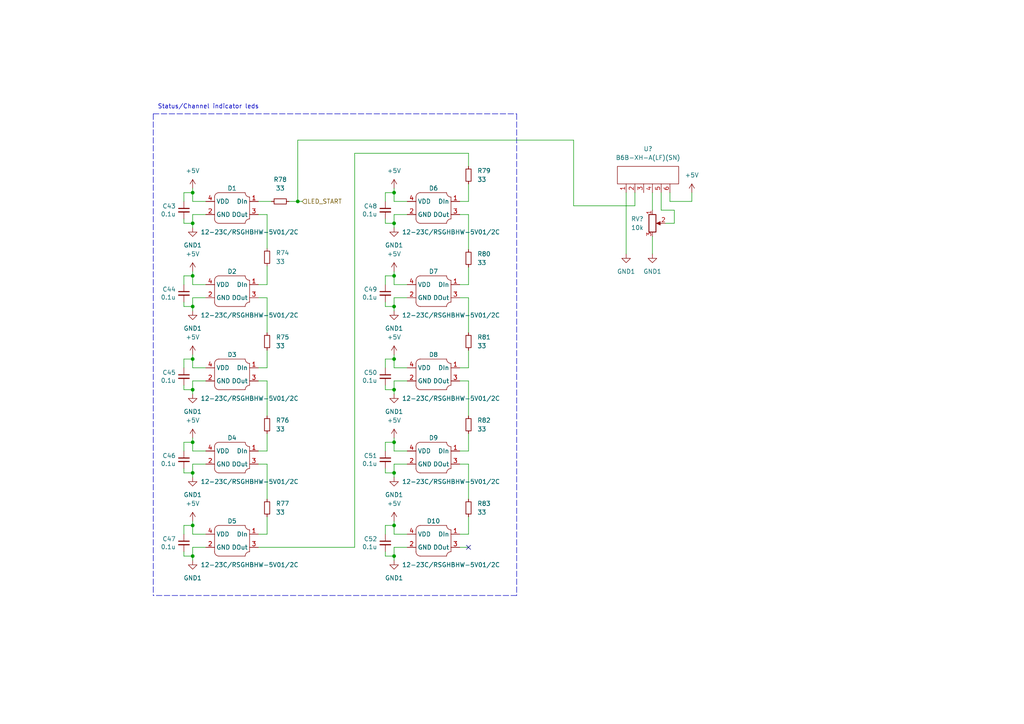
<source format=kicad_sch>
(kicad_sch (version 20211123) (generator eeschema)
  (paper "A4")
  (lib_symbols
    (symbol "12-23C{slash}RSGHBHW-5V01{slash}2C_2"
      (property "Reference" "D" (at 5.08 1.27 0))
      (property "Value" "12-23C{slash}RSGHBHW-5V01{slash}2C_2" (at 5.08 -10.16 0))
      (symbol "12-23C{slash}RSGHBHW-5V01{slash}2C_2_0_1"
        (arc (start 0 -1.27) (mid 0.898 -0.898) (end 1.27 0))
        (polyline (pts (xy 0 -1.27) (xy 0 -7.62)))
        (polyline (pts (xy 1.27 -8.89) (xy 8.89 -8.89)))
        (polyline (pts (xy 8.89 0) (xy 1.27 0)))
        (polyline (pts (xy 10.16 -7.62) (xy 10.16 -1.27)))
        (arc (start 1.27 -8.89) (mid 0.898 -7.992) (end 0 -7.62))
        (arc (start 8.89 -8.89) (mid 11.058 -9.788) (end 10.16 -7.62))
        (arc (start 10.16 -1.27) (mid 11.058 0.898) (end 8.89 0))
      )
      (symbol "12-23C{slash}RSGHBHW-5V01{slash}2C_2_1_1"
        (pin passive line (at -2.54 -2.54 0) (length 2.54) (name "DIn") (number "1"))
        (pin power_in line (at 12.7 -6.35 180) (length 2.54) (name "GND") (number "2"))
        (pin passive line (at -2.54 -6.35 0) (length 2.54) (name "DOut") (number "3"))
        (pin power_in line (at 12.7 -2.54 180) (length 2.54) (name "VDD") (number "4"))
      )
    )
    (symbol "12-23C{slash}RSGHBHW-5V01{slash}2C_3"
      (property "Reference" "D" (at 5.08 1.27 0))
      (property "Value" "12-23C{slash}RSGHBHW-5V01{slash}2C_3" (at 5.08 -10.16 0))
      (symbol "12-23C{slash}RSGHBHW-5V01{slash}2C_3_0_1"
        (arc (start 0 -1.27) (mid 0.898 -0.898) (end 1.27 0))
        (polyline (pts (xy 0 -1.27) (xy 0 -7.62)))
        (polyline (pts (xy 1.27 -8.89) (xy 8.89 -8.89)))
        (polyline (pts (xy 8.89 0) (xy 1.27 0)))
        (polyline (pts (xy 10.16 -7.62) (xy 10.16 -1.27)))
        (arc (start 1.27 -8.89) (mid 0.898 -7.992) (end 0 -7.62))
        (arc (start 8.89 -8.89) (mid 11.058 -9.788) (end 10.16 -7.62))
        (arc (start 10.16 -1.27) (mid 11.058 0.898) (end 8.89 0))
      )
      (symbol "12-23C{slash}RSGHBHW-5V01{slash}2C_3_1_1"
        (pin passive line (at -2.54 -2.54 0) (length 2.54) (name "DIn") (number "1"))
        (pin power_in line (at 12.7 -6.35 180) (length 2.54) (name "GND") (number "2"))
        (pin passive line (at -2.54 -6.35 0) (length 2.54) (name "DOut") (number "3"))
        (pin power_in line (at 12.7 -2.54 180) (length 2.54) (name "VDD") (number "4"))
      )
    )
    (symbol "12-23C{slash}RSGHBHW-5V01{slash}2C_4"
      (property "Reference" "D" (at 5.08 1.27 0))
      (property "Value" "12-23C{slash}RSGHBHW-5V01{slash}2C_4" (at 5.08 -10.16 0))
      (symbol "12-23C{slash}RSGHBHW-5V01{slash}2C_4_0_1"
        (arc (start 0 -1.27) (mid 0.898 -0.898) (end 1.27 0))
        (polyline (pts (xy 0 -1.27) (xy 0 -7.62)))
        (polyline (pts (xy 1.27 -8.89) (xy 8.89 -8.89)))
        (polyline (pts (xy 8.89 0) (xy 1.27 0)))
        (polyline (pts (xy 10.16 -7.62) (xy 10.16 -1.27)))
        (arc (start 1.27 -8.89) (mid 0.898 -7.992) (end 0 -7.62))
        (arc (start 8.89 -8.89) (mid 11.058 -9.788) (end 10.16 -7.62))
        (arc (start 10.16 -1.27) (mid 11.058 0.898) (end 8.89 0))
      )
      (symbol "12-23C{slash}RSGHBHW-5V01{slash}2C_4_1_1"
        (pin passive line (at -2.54 -2.54 0) (length 2.54) (name "DIn") (number "1"))
        (pin power_in line (at 12.7 -6.35 180) (length 2.54) (name "GND") (number "2"))
        (pin passive line (at -2.54 -6.35 0) (length 2.54) (name "DOut") (number "3"))
        (pin power_in line (at 12.7 -2.54 180) (length 2.54) (name "VDD") (number "4"))
      )
    )
    (symbol "12-23C{slash}RSGHBHW-5V01{slash}2C_5"
      (property "Reference" "D" (at 5.08 1.27 0))
      (property "Value" "12-23C{slash}RSGHBHW-5V01{slash}2C_5" (at 5.08 -10.16 0))
      (symbol "12-23C{slash}RSGHBHW-5V01{slash}2C_5_0_1"
        (arc (start 0 -1.27) (mid 0.898 -0.898) (end 1.27 0))
        (polyline (pts (xy 0 -1.27) (xy 0 -7.62)))
        (polyline (pts (xy 1.27 -8.89) (xy 8.89 -8.89)))
        (polyline (pts (xy 8.89 0) (xy 1.27 0)))
        (polyline (pts (xy 10.16 -7.62) (xy 10.16 -1.27)))
        (arc (start 1.27 -8.89) (mid 0.898 -7.992) (end 0 -7.62))
        (arc (start 8.89 -8.89) (mid 11.058 -9.788) (end 10.16 -7.62))
        (arc (start 10.16 -1.27) (mid 11.058 0.898) (end 8.89 0))
      )
      (symbol "12-23C{slash}RSGHBHW-5V01{slash}2C_5_1_1"
        (pin passive line (at -2.54 -2.54 0) (length 2.54) (name "DIn") (number "1"))
        (pin power_in line (at 12.7 -6.35 180) (length 2.54) (name "GND") (number "2"))
        (pin passive line (at -2.54 -6.35 0) (length 2.54) (name "DOut") (number "3"))
        (pin power_in line (at 12.7 -2.54 180) (length 2.54) (name "VDD") (number "4"))
      )
    )
    (symbol "12-23C{slash}RSGHBHW-5V01{slash}2C_6"
      (property "Reference" "D" (at 5.08 1.27 0))
      (property "Value" "12-23C{slash}RSGHBHW-5V01{slash}2C_6" (at 5.08 -10.16 0))
      (symbol "12-23C{slash}RSGHBHW-5V01{slash}2C_6_0_1"
        (arc (start 0 -1.27) (mid 0.898 -0.898) (end 1.27 0))
        (polyline (pts (xy 0 -1.27) (xy 0 -7.62)))
        (polyline (pts (xy 1.27 -8.89) (xy 8.89 -8.89)))
        (polyline (pts (xy 8.89 0) (xy 1.27 0)))
        (polyline (pts (xy 10.16 -7.62) (xy 10.16 -1.27)))
        (arc (start 1.27 -8.89) (mid 0.898 -7.992) (end 0 -7.62))
        (arc (start 8.89 -8.89) (mid 11.058 -9.788) (end 10.16 -7.62))
        (arc (start 10.16 -1.27) (mid 11.058 0.898) (end 8.89 0))
      )
      (symbol "12-23C{slash}RSGHBHW-5V01{slash}2C_6_1_1"
        (pin passive line (at -2.54 -2.54 0) (length 2.54) (name "DIn") (number "1"))
        (pin power_in line (at 12.7 -6.35 180) (length 2.54) (name "GND") (number "2"))
        (pin passive line (at -2.54 -6.35 0) (length 2.54) (name "DOut") (number "3"))
        (pin power_in line (at 12.7 -2.54 180) (length 2.54) (name "VDD") (number "4"))
      )
    )
    (symbol "12-23C{slash}RSGHBHW-5V01{slash}2C_7"
      (property "Reference" "D" (at 5.08 1.27 0))
      (property "Value" "12-23C{slash}RSGHBHW-5V01{slash}2C_7" (at 5.08 -10.16 0))
      (symbol "12-23C{slash}RSGHBHW-5V01{slash}2C_7_0_1"
        (arc (start 0 -1.27) (mid 0.898 -0.898) (end 1.27 0))
        (polyline (pts (xy 0 -1.27) (xy 0 -7.62)))
        (polyline (pts (xy 1.27 -8.89) (xy 8.89 -8.89)))
        (polyline (pts (xy 8.89 0) (xy 1.27 0)))
        (polyline (pts (xy 10.16 -7.62) (xy 10.16 -1.27)))
        (arc (start 1.27 -8.89) (mid 0.898 -7.992) (end 0 -7.62))
        (arc (start 8.89 -8.89) (mid 11.058 -9.788) (end 10.16 -7.62))
        (arc (start 10.16 -1.27) (mid 11.058 0.898) (end 8.89 0))
      )
      (symbol "12-23C{slash}RSGHBHW-5V01{slash}2C_7_1_1"
        (pin passive line (at -2.54 -2.54 0) (length 2.54) (name "DIn") (number "1"))
        (pin power_in line (at 12.7 -6.35 180) (length 2.54) (name "GND") (number "2"))
        (pin passive line (at -2.54 -6.35 0) (length 2.54) (name "DOut") (number "3"))
        (pin power_in line (at 12.7 -2.54 180) (length 2.54) (name "VDD") (number "4"))
      )
    )
    (symbol "12-23C{slash}RSGHBHW-5V01{slash}2C_8"
      (property "Reference" "D" (at 5.08 1.27 0))
      (property "Value" "12-23C{slash}RSGHBHW-5V01{slash}2C_8" (at 5.08 -10.16 0))
      (symbol "12-23C{slash}RSGHBHW-5V01{slash}2C_8_0_1"
        (arc (start 0 -1.27) (mid 0.898 -0.898) (end 1.27 0))
        (polyline (pts (xy 0 -1.27) (xy 0 -7.62)))
        (polyline (pts (xy 1.27 -8.89) (xy 8.89 -8.89)))
        (polyline (pts (xy 8.89 0) (xy 1.27 0)))
        (polyline (pts (xy 10.16 -7.62) (xy 10.16 -1.27)))
        (arc (start 1.27 -8.89) (mid 0.898 -7.992) (end 0 -7.62))
        (arc (start 8.89 -8.89) (mid 11.058 -9.788) (end 10.16 -7.62))
        (arc (start 10.16 -1.27) (mid 11.058 0.898) (end 8.89 0))
      )
      (symbol "12-23C{slash}RSGHBHW-5V01{slash}2C_8_1_1"
        (pin passive line (at -2.54 -2.54 0) (length 2.54) (name "DIn") (number "1"))
        (pin power_in line (at 12.7 -6.35 180) (length 2.54) (name "GND") (number "2"))
        (pin passive line (at -2.54 -6.35 0) (length 2.54) (name "DOut") (number "3"))
        (pin power_in line (at 12.7 -2.54 180) (length 2.54) (name "VDD") (number "4"))
      )
    )
    (symbol "12-23C{slash}RSGHBHW-5V01{slash}2C_9"
      (property "Reference" "D" (at 5.08 1.27 0))
      (property "Value" "12-23C{slash}RSGHBHW-5V01{slash}2C_9" (at 5.08 -10.16 0))
      (symbol "12-23C{slash}RSGHBHW-5V01{slash}2C_9_0_1"
        (arc (start 0 -1.27) (mid 0.898 -0.898) (end 1.27 0))
        (polyline (pts (xy 0 -1.27) (xy 0 -7.62)))
        (polyline (pts (xy 1.27 -8.89) (xy 8.89 -8.89)))
        (polyline (pts (xy 8.89 0) (xy 1.27 0)))
        (polyline (pts (xy 10.16 -7.62) (xy 10.16 -1.27)))
        (arc (start 1.27 -8.89) (mid 0.898 -7.992) (end 0 -7.62))
        (arc (start 8.89 -8.89) (mid 11.058 -9.788) (end 10.16 -7.62))
        (arc (start 10.16 -1.27) (mid 11.058 0.898) (end 8.89 0))
      )
      (symbol "12-23C{slash}RSGHBHW-5V01{slash}2C_9_1_1"
        (pin passive line (at -2.54 -2.54 0) (length 2.54) (name "DIn") (number "1"))
        (pin power_in line (at 12.7 -6.35 180) (length 2.54) (name "GND") (number "2"))
        (pin passive line (at -2.54 -6.35 0) (length 2.54) (name "DOut") (number "3"))
        (pin power_in line (at 12.7 -2.54 180) (length 2.54) (name "VDD") (number "4"))
      )
    )
    (symbol "Device:C_Small" (pin_numbers hide) (pin_names (offset 0.254) hide)
      (property "Reference" "C" (at 0.254 1.778 0))
      (property "Value" "C_Small" (at 0.254 -2.032 0))
      (symbol "C_Small_0_1"
        (polyline (pts (xy -1.524 -0.508) (xy 1.524 -0.508)) (stroke (width 0.3302)))
        (polyline (pts (xy -1.524 0.508) (xy 1.524 0.508)) (stroke (width 0.3048)))
      )
      (symbol "C_Small_1_1"
        (pin passive line (at 0 2.54 270) (length 2.032) (name "~") (number "1"))
        (pin passive line (at 0 -2.54 90) (length 2.032) (name "~") (number "2"))
      )
    )
    (symbol "Device:R_Potentiometer" (pin_names (offset 1.016) hide)
      (property "Reference" "RV" (at -4.445 0 90))
      (property "Value" "R_Potentiometer" (at -2.54 0 90))
      (symbol "R_Potentiometer_0_1"
        (polyline (pts (xy 2.54 0) (xy 1.524 0)))
        (polyline (pts (xy 1.143 0) (xy 2.286 0.508) (xy 2.286 -0.508) (xy 1.143 0)) (fill (type outline)))
        (rectangle (start 1.016 2.54) (end -1.016 -2.54) (stroke (width 0.254)))
      )
      (symbol "R_Potentiometer_1_1"
        (pin passive line (at 0 3.81 270) (length 1.27) (name "1") (number "1"))
        (pin passive line (at 3.81 0 180) (length 1.27) (name "2") (number "2"))
        (pin passive line (at 0 -3.81 90) (length 1.27) (name "3") (number "3"))
      )
    )
    (symbol "Device:R_Small" (pin_numbers hide) (pin_names (offset 0.254) hide)
      (property "Reference" "R" (at 0.762 0.508 0))
      (property "Value" "R_Small" (at 0.762 -1.016 0))
      (symbol "R_Small_0_1"
        (rectangle (start -0.762 1.778) (end 0.762 -1.778) (stroke (width 0.2032)))
      )
      (symbol "R_Small_1_1"
        (pin passive line (at 0 2.54 270) (length 0.762) (name "~") (number "1"))
        (pin passive line (at 0 -2.54 90) (length 0.762) (name "~") (number "2"))
      )
    )
    (symbol "power:+5V" (power) (pin_names (offset 0))
      (property "Value" "+5V" (at 0 3.556 0))
      (symbol "+5V_0_1"
        (polyline (pts (xy -0.762 1.27) (xy 0 2.54)))
        (polyline (pts (xy 0 0) (xy 0 2.54)))
        (polyline (pts (xy 0 2.54) (xy 0.762 1.27)))
      )
      (symbol "+5V_1_1"
        (pin power_in line (at 0 0 90) (length 0) hide (name "+5V") (number "1"))
      )
    )
    (symbol "power:GND1" (power) (pin_names (offset 0))
      (property "Value" "GND1" (at 0 -3.81 0))
      (symbol "GND1_0_1"
        (polyline (pts (xy 0 0) (xy 0 -1.27) (xy 1.27 -1.27) (xy 0 -2.54) (xy -1.27 -1.27) (xy 0 -1.27)))
      )
      (symbol "GND1_1_1"
        (pin power_in line (at 0 0 270) (length 0) hide (name "GND1") (number "1"))
      )
    )
    (symbol "silver-box-modular:12-23C{slash}RSGHBHW-5V01{slash}2C"
      (property "Reference" "D" (at 5.08 1.27 0))
      (property "Value" "12-23C{slash}RSGHBHW-5V01{slash}2C" (at 5.08 -10.16 0))
      (symbol "12-23C{slash}RSGHBHW-5V01{slash}2C_0_1"
        (arc (start 0 -1.27) (mid 0.898 -0.898) (end 1.27 0))
        (polyline (pts (xy 0 -1.27) (xy 0 -7.62)))
        (polyline (pts (xy 1.27 -8.89) (xy 8.89 -8.89)))
        (polyline (pts (xy 8.89 0) (xy 1.27 0)))
        (polyline (pts (xy 10.16 -7.62) (xy 10.16 -1.27)))
        (arc (start 1.27 -8.89) (mid 0.898 -7.992) (end 0 -7.62))
        (arc (start 8.89 -8.89) (mid 11.058 -9.788) (end 10.16 -7.62))
        (arc (start 10.16 -1.27) (mid 11.058 0.898) (end 8.89 0))
      )
      (symbol "12-23C{slash}RSGHBHW-5V01{slash}2C_1_1"
        (pin passive line (at -2.54 -2.54 0) (length 2.54) (name "DIn") (number "1"))
        (pin power_in line (at 12.7 -6.35 180) (length 2.54) (name "GND") (number "2"))
        (pin passive line (at -2.54 -6.35 0) (length 2.54) (name "DOut") (number "3"))
        (pin power_in line (at 12.7 -2.54 180) (length 2.54) (name "VDD") (number "4"))
      )
    )
    (symbol "silver-box-modular:B6B-XH-A(LF)(SN)"
      (property "Reference" "U" (at 0 3.81 0))
      (property "Value" "B6B-XH-A(LF)(SN)" (at 0 1.27 0))
      (symbol "B6B-XH-A(LF)(SN)_0_0"
        (pin passive line (at -6.35 -7.62 90) (length 2.54) (name "") (number "1"))
        (pin passive line (at -3.81 -7.62 90) (length 2.54) (name "") (number "2"))
        (pin passive line (at -1.27 -7.62 90) (length 2.54) (name "") (number "3"))
        (pin passive line (at 1.27 -7.62 90) (length 2.54) (name "") (number "4"))
        (pin passive line (at 3.81 -7.62 90) (length 2.54) (name "") (number "5"))
        (pin passive line (at 6.35 -7.62 90) (length 2.54) (name "") (number "6"))
      )
      (symbol "B6B-XH-A(LF)(SN)_0_1"
        (rectangle (start -8.89 -5.08) (end 8.89 0))
      )
    )
  )
  (junction (at 55.88 88.9))
  (junction (at 55.88 161.29))
  (junction (at 114.3 88.9))
  (junction (at 55.88 64.77))
  (junction (at 55.88 80.01))
  (junction (at 114.3 55.88))
  (junction (at 55.88 113.03))
  (junction (at 114.3 64.77))
  (junction (at 114.3 128.27))
  (junction (at 114.3 152.4))
  (junction (at 55.88 137.16))
  (junction (at 114.3 137.16))
  (junction (at 55.88 152.4))
  (junction (at 114.3 80.01))
  (junction (at 55.88 128.27))
  (junction (at 86.36 58.42))
  (junction (at 114.3 161.29))
  (junction (at 55.88 104.14))
  (junction (at 114.3 113.03))
  (junction (at 55.88 55.88))
  (junction (at 114.3 104.14))
  (no_connect (at 135.89 158.75))
  (wire (pts (xy 77.47 120.65) (xy 77.47 110.49)))
  (wire (pts (xy 111.76 160.02) (xy 111.76 161.29)))
  (wire (pts (xy 114.3 158.75) (xy 118.11 158.75)))
  (polyline (pts (xy 44.45 33.02) (xy 44.45 172.72)))
  (wire (pts (xy 77.47 130.81) (xy 77.47 125.73)))
  (wire (pts (xy 118.11 154.94) (xy 114.3 154.94)))
  (wire (pts (xy 133.35 58.42) (xy 135.89 58.42)))
  (wire (pts (xy 77.47 134.62) (xy 74.93 134.62)))
  (wire (pts (xy 135.89 62.23) (xy 133.35 62.23)))
  (wire (pts (xy 114.3 86.36) (xy 114.3 88.9)))
  (wire (pts (xy 191.77 60.96) (xy 191.77 55.88)))
  (wire (pts (xy 77.47 144.78) (xy 77.47 134.62)))
  (wire (pts (xy 111.76 88.9) (xy 114.3 88.9)))
  (wire (pts (xy 55.88 64.77) (xy 55.88 66.04)))
  (wire (pts (xy 74.93 58.42) (xy 78.74 58.42)))
  (wire (pts (xy 111.76 128.27) (xy 114.3 128.27)))
  (wire (pts (xy 55.88 158.75) (xy 59.69 158.75)))
  (wire (pts (xy 77.47 86.36) (xy 74.93 86.36)))
  (wire (pts (xy 135.89 44.45) (xy 102.87 44.45)))
  (wire (pts (xy 59.69 154.94) (xy 55.88 154.94)))
  (wire (pts (xy 135.89 144.78) (xy 135.89 134.62)))
  (wire (pts (xy 195.58 64.77) (xy 195.58 60.96)))
  (wire (pts (xy 55.88 86.36) (xy 55.88 88.9)))
  (wire (pts (xy 53.34 154.94) (xy 53.34 152.4)))
  (wire (pts (xy 77.47 72.0709) (xy 77.47 62.23)))
  (wire (pts (xy 195.58 60.96) (xy 191.77 60.96)))
  (wire (pts (xy 189.23 68.58) (xy 189.23 73.66)))
  (wire (pts (xy 55.88 128.27) (xy 55.88 130.81)))
  (wire (pts (xy 55.88 80.01) (xy 55.88 82.55)))
  (wire (pts (xy 114.3 64.77) (xy 114.3 66.04)))
  (wire (pts (xy 74.93 82.55) (xy 77.47 82.55)))
  (wire (pts (xy 135.89 48.26) (xy 135.89 44.45)))
  (wire (pts (xy 55.88 104.14) (xy 55.88 106.68)))
  (wire (pts (xy 53.34 55.88) (xy 55.88 55.88)))
  (wire (pts (xy 74.93 106.68) (xy 77.47 106.68)))
  (wire (pts (xy 133.35 134.62) (xy 135.89 134.62)))
  (wire (pts (xy 118.11 130.81) (xy 114.3 130.81)))
  (wire (pts (xy 55.88 62.23) (xy 59.69 62.23)))
  (wire (pts (xy 194.31 58.42) (xy 200.66 58.42)))
  (wire (pts (xy 74.93 154.94) (xy 77.47 154.94)))
  (wire (pts (xy 135.89 58.42) (xy 135.89 53.34)))
  (wire (pts (xy 53.34 137.16) (xy 55.88 137.16)))
  (wire (pts (xy 77.47 82.55) (xy 77.47 77.1509)))
  (wire (pts (xy 53.34 135.89) (xy 53.34 137.16)))
  (wire (pts (xy 135.89 96.52) (xy 135.89 86.36)))
  (wire (pts (xy 111.76 154.94) (xy 111.76 152.4)))
  (wire (pts (xy 111.76 113.03) (xy 114.3 113.03)))
  (wire (pts (xy 77.47 106.68) (xy 77.47 101.6)))
  (wire (pts (xy 114.3 80.01) (xy 114.3 82.55)))
  (wire (pts (xy 59.69 58.42) (xy 55.88 58.42)))
  (wire (pts (xy 135.89 120.65) (xy 135.89 110.49)))
  (wire (pts (xy 114.3 134.62) (xy 114.3 137.16)))
  (polyline (pts (xy 44.45 33.02) (xy 149.86 33.02)))
  (wire (pts (xy 114.3 55.88) (xy 114.3 58.42)))
  (wire (pts (xy 59.69 106.68) (xy 55.88 106.68)))
  (wire (pts (xy 83.82 58.42) (xy 86.36 58.42)))
  (wire (pts (xy 135.89 72.39) (xy 135.89 62.23)))
  (polyline (pts (xy 149.86 33.02) (xy 149.86 172.72)))
  (wire (pts (xy 111.76 106.68) (xy 111.76 104.14)))
  (wire (pts (xy 55.88 152.4) (xy 55.88 154.94)))
  (polyline (pts (xy 149.86 172.72) (xy 44.45 172.72)))
  (wire (pts (xy 55.88 54.61) (xy 55.88 55.88)))
  (wire (pts (xy 55.88 151.13) (xy 55.88 152.4)))
  (wire (pts (xy 135.89 130.81) (xy 135.89 125.73)))
  (wire (pts (xy 189.23 55.88) (xy 189.23 60.96)))
  (wire (pts (xy 55.88 137.16) (xy 55.88 138.43)))
  (wire (pts (xy 114.3 161.29) (xy 114.3 162.56)))
  (wire (pts (xy 193.04 64.77) (xy 195.58 64.77)))
  (wire (pts (xy 118.11 58.42) (xy 114.3 58.42)))
  (wire (pts (xy 111.76 104.14) (xy 114.3 104.14)))
  (wire (pts (xy 53.34 82.55) (xy 53.34 80.01)))
  (wire (pts (xy 135.89 106.68) (xy 135.89 101.6)))
  (wire (pts (xy 114.3 104.14) (xy 114.3 106.68)))
  (wire (pts (xy 53.34 64.77) (xy 55.88 64.77)))
  (wire (pts (xy 55.88 110.49) (xy 55.88 113.03)))
  (wire (pts (xy 111.76 63.5) (xy 111.76 64.77)))
  (wire (pts (xy 114.3 62.23) (xy 114.3 64.77)))
  (wire (pts (xy 86.36 40.64) (xy 86.36 58.42)))
  (wire (pts (xy 53.34 88.9) (xy 55.88 88.9)))
  (wire (pts (xy 114.3 158.75) (xy 114.3 161.29)))
  (wire (pts (xy 53.34 111.76) (xy 53.34 113.03)))
  (wire (pts (xy 53.34 152.4) (xy 55.88 152.4)))
  (wire (pts (xy 111.76 87.63) (xy 111.76 88.9)))
  (wire (pts (xy 55.88 113.03) (xy 55.88 114.3)))
  (wire (pts (xy 86.36 58.42) (xy 87.63 58.42)))
  (wire (pts (xy 114.3 128.27) (xy 114.3 130.81)))
  (wire (pts (xy 55.88 158.75) (xy 55.88 161.29)))
  (wire (pts (xy 133.35 158.75) (xy 135.89 158.75)))
  (wire (pts (xy 114.3 113.03) (xy 114.3 114.3)))
  (wire (pts (xy 111.76 58.42) (xy 111.76 55.88)))
  (wire (pts (xy 114.3 134.62) (xy 118.11 134.62)))
  (wire (pts (xy 55.88 134.62) (xy 55.88 137.16)))
  (wire (pts (xy 55.88 134.62) (xy 59.69 134.62)))
  (wire (pts (xy 133.35 106.68) (xy 135.89 106.68)))
  (wire (pts (xy 118.11 82.55) (xy 114.3 82.55)))
  (wire (pts (xy 114.3 86.36) (xy 118.11 86.36)))
  (wire (pts (xy 111.76 64.77) (xy 114.3 64.77)))
  (wire (pts (xy 74.93 130.81) (xy 77.47 130.81)))
  (wire (pts (xy 118.11 106.68) (xy 114.3 106.68)))
  (wire (pts (xy 114.3 88.9) (xy 114.3 90.17)))
  (wire (pts (xy 184.15 55.88) (xy 184.15 59.69)))
  (wire (pts (xy 77.47 154.94) (xy 77.47 149.86)))
  (wire (pts (xy 114.3 110.49) (xy 118.11 110.49)))
  (wire (pts (xy 55.88 127) (xy 55.88 128.27)))
  (wire (pts (xy 102.87 44.45) (xy 102.87 158.75)))
  (wire (pts (xy 114.3 151.13) (xy 114.3 152.4)))
  (wire (pts (xy 55.88 102.87) (xy 55.88 104.14)))
  (wire (pts (xy 53.34 113.03) (xy 55.88 113.03)))
  (wire (pts (xy 77.47 110.49) (xy 74.93 110.49)))
  (wire (pts (xy 53.34 58.42) (xy 53.34 55.88)))
  (wire (pts (xy 111.76 82.55) (xy 111.76 80.01)))
  (wire (pts (xy 166.37 40.64) (xy 86.36 40.64)))
  (wire (pts (xy 200.66 55.88) (xy 200.66 58.42)))
  (wire (pts (xy 53.34 63.5) (xy 53.34 64.77)))
  (wire (pts (xy 111.76 161.29) (xy 114.3 161.29)))
  (wire (pts (xy 114.3 62.23) (xy 118.11 62.23)))
  (wire (pts (xy 55.88 62.23) (xy 55.88 64.77)))
  (wire (pts (xy 135.89 110.49) (xy 133.35 110.49)))
  (wire (pts (xy 53.34 128.27) (xy 55.88 128.27)))
  (wire (pts (xy 135.89 82.55) (xy 135.89 77.47)))
  (wire (pts (xy 135.89 154.94) (xy 135.89 149.86)))
  (wire (pts (xy 55.88 110.49) (xy 59.69 110.49)))
  (wire (pts (xy 114.3 152.4) (xy 114.3 154.94)))
  (wire (pts (xy 111.76 152.4) (xy 114.3 152.4)))
  (wire (pts (xy 55.88 78.74) (xy 55.88 80.01)))
  (wire (pts (xy 194.31 55.88) (xy 194.31 58.42)))
  (wire (pts (xy 53.34 106.68) (xy 53.34 104.14)))
  (wire (pts (xy 74.93 158.75) (xy 102.87 158.75)))
  (wire (pts (xy 55.88 55.88) (xy 55.88 58.42)))
  (wire (pts (xy 114.3 137.16) (xy 114.3 138.43)))
  (wire (pts (xy 53.34 80.01) (xy 55.88 80.01)))
  (wire (pts (xy 53.34 160.02) (xy 53.34 161.29)))
  (wire (pts (xy 111.76 111.76) (xy 111.76 113.03)))
  (wire (pts (xy 59.69 130.81) (xy 55.88 130.81)))
  (wire (pts (xy 53.34 161.29) (xy 55.88 161.29)))
  (wire (pts (xy 59.69 82.55) (xy 55.88 82.55)))
  (wire (pts (xy 114.3 127) (xy 114.3 128.27)))
  (wire (pts (xy 135.89 86.36) (xy 133.35 86.36)))
  (wire (pts (xy 166.37 59.69) (xy 166.37 40.64)))
  (wire (pts (xy 114.3 78.74) (xy 114.3 80.01)))
  (wire (pts (xy 55.88 88.9) (xy 55.88 90.17)))
  (wire (pts (xy 114.3 54.61) (xy 114.3 55.88)))
  (wire (pts (xy 133.35 130.81) (xy 135.89 130.81)))
  (wire (pts (xy 53.34 104.14) (xy 55.88 104.14)))
  (wire (pts (xy 77.47 62.23) (xy 74.93 62.23)))
  (wire (pts (xy 111.76 137.16) (xy 114.3 137.16)))
  (wire (pts (xy 53.34 87.63) (xy 53.34 88.9)))
  (wire (pts (xy 133.35 154.94) (xy 135.89 154.94)))
  (wire (pts (xy 53.34 130.81) (xy 53.34 128.27)))
  (wire (pts (xy 181.61 55.88) (xy 181.61 73.66)))
  (wire (pts (xy 111.76 80.01) (xy 114.3 80.01)))
  (wire (pts (xy 184.15 59.69) (xy 166.37 59.69)))
  (wire (pts (xy 77.47 96.52) (xy 77.47 86.36)))
  (wire (pts (xy 55.88 86.36) (xy 59.69 86.36)))
  (wire (pts (xy 111.76 130.81) (xy 111.76 128.27)))
  (wire (pts (xy 114.3 102.87) (xy 114.3 104.14)))
  (wire (pts (xy 133.35 82.55) (xy 135.89 82.55)))
  (wire (pts (xy 111.76 135.89) (xy 111.76 137.16)))
  (wire (pts (xy 114.3 110.49) (xy 114.3 113.03)))
  (wire (pts (xy 55.88 161.29) (xy 55.88 162.56)))
  (wire (pts (xy 111.76 55.88) (xy 114.3 55.88)))
  (text "Status/Channel indicator leds" (at 45.72 31.75 0) (effects (font (size 1.27 1.27)) (justify left bottom)))
  (hierarchical_label "LED_START" (shape input) (at 87.63 58.42 0))
  (symbol (lib_id "power:+5V") (at 114.3 127 0) (unit 1)
    (property "Reference" "#PWR0130" (effects hide))
    (property "Value" "+5V" (at 114.3 121.92 0))
  )
  (symbol (lib_id "power:GND1") (at 55.88 162.56 0) (unit 1)
    (property "Reference" "#PWR?" (effects hide))
    (property "Value" "GND1" (at 55.88 167.64 0))
  )
  (symbol (lib_id "Device:R_Small") (at 135.89 123.19 180) (unit 1)
    (property "Reference" "R82" (at 138.43 121.9199 0) (effects (justify right)))
    (property "Value" "33" (at 138.43 124.4599 0) (effects (justify right)))
    (property "Footprint" "Resistor_SMD:R_0603_1608Metric_Pad0.98x0.95mm_HandSolder" (effects hide))
  )
  (symbol (lib_id "silver-box-modular:12-23C{slash}RSGHBHW-5V01{slash}2C") (at 130.81 152.4 0) (mirror y) (unit 1)
    (property "Reference" "D10" (at 125.73 151.13 0))
    (property "Value" "12-23C/RSGHBHW-5V01/2C" (at 130.81 163.83 0))
    (property "Footprint" "silver-box-feetprints:12-23C-RSGHBHW-5V01-2C" (effects hide))
  )
  (symbol (lib_name "12-23C{slash}RSGHBHW-5V01{slash}2C_7") (lib_id "silver-box-modular:12-23C{slash}RSGHBHW-5V01{slash}2C") (at 72.39 152.4 0) (mirror y) (unit 1)
    (property "Reference" "D5" (at 67.31 151.13 0))
    (property "Value" "12-23C/RSGHBHW-5V01/2C" (at 72.39 163.83 0))
    (property "Footprint" "silver-box-feetprints:12-23C-RSGHBHW-5V01-2C" (effects hide))
  )
  (symbol (lib_id "power:GND1") (at 114.3 66.04 0) (unit 1)
    (property "Reference" "#PWR?" (effects hide))
    (property "Value" "GND1" (at 114.3 71.12 0))
  )
  (symbol (lib_id "power:+5V") (at 200.66 55.88 0) (unit 1)
    (property "Reference" "#PWR?" (effects hide))
    (property "Value" "+5V" (at 200.66 50.8 0))
  )
  (symbol (lib_id "power:+5V") (at 55.88 127 0) (unit 1)
    (property "Reference" "#PWR0120" (effects hide))
    (property "Value" "+5V" (at 55.88 121.92 0))
  )
  (symbol (lib_id "Device:R_Small") (at 135.89 147.32 180) (unit 1)
    (property "Reference" "R83" (at 138.43 146.0499 0) (effects (justify right)))
    (property "Value" "33" (at 138.43 148.5899 0) (effects (justify right)))
    (property "Footprint" "Resistor_SMD:R_0603_1608Metric_Pad0.98x0.95mm_HandSolder" (effects hide))
  )
  (symbol (lib_id "power:+5V") (at 114.3 151.13 0) (unit 1)
    (property "Reference" "#PWR0132" (effects hide))
    (property "Value" "+5V" (at 114.3 146.05 0))
  )
  (symbol (lib_id "Device:R_Potentiometer") (at 189.23 64.77 0) (unit 1)
    (property "Reference" "RV?" (at 186.69 63.4999 0) (effects (justify right)))
    (property "Value" "10k" (at 186.69 66.0399 0) (effects (justify right)))
  )
  (symbol (lib_id "Device:R_Small") (at 81.28 58.42 90) (unit 1)
    (property "Reference" "R78" (at 81.28 52.07 90))
    (property "Value" "33" (at 81.28 54.61 90))
    (property "Footprint" "Resistor_SMD:R_0603_1608Metric_Pad0.98x0.95mm_HandSolder" (effects hide))
  )
  (symbol (lib_id "power:GND1") (at 55.88 138.43 0) (unit 1)
    (property "Reference" "#PWR?" (effects hide))
    (property "Value" "GND1" (at 55.88 143.51 0))
  )
  (symbol (lib_name "12-23C{slash}RSGHBHW-5V01{slash}2C_4") (lib_id "silver-box-modular:12-23C{slash}RSGHBHW-5V01{slash}2C") (at 72.39 80.01 0) (mirror y) (unit 1)
    (property "Reference" "D2" (at 67.31 78.74 0))
    (property "Value" "12-23C/RSGHBHW-5V01/2C" (at 72.39 91.44 0))
    (property "Footprint" "silver-box-feetprints:12-23C-RSGHBHW-5V01-2C" (effects hide))
  )
  (symbol (lib_id "power:GND1") (at 114.3 138.43 0) (unit 1)
    (property "Reference" "#PWR?" (effects hide))
    (property "Value" "GND1" (at 114.3 143.51 0))
  )
  (symbol (lib_name "12-23C{slash}RSGHBHW-5V01{slash}2C_5") (lib_id "silver-box-modular:12-23C{slash}RSGHBHW-5V01{slash}2C") (at 72.39 55.88 0) (mirror y) (unit 1)
    (property "Reference" "D1" (at 67.31 54.61 0))
    (property "Value" "12-23C/RSGHBHW-5V01/2C" (at 72.39 67.31 0))
    (property "Footprint" "silver-box-feetprints:12-23C-RSGHBHW-5V01-2C" (effects hide))
  )
  (symbol (lib_id "Device:R_Small") (at 135.89 74.93 180) (unit 1)
    (property "Reference" "R80" (at 138.43 73.6599 0) (effects (justify right)))
    (property "Value" "33" (at 138.43 76.1999 0) (effects (justify right)))
    (property "Footprint" "Resistor_SMD:R_0603_1608Metric_Pad0.98x0.95mm_HandSolder" (effects hide))
  )
  (symbol (lib_id "Device:R_Small") (at 77.47 123.19 180) (unit 1)
    (property "Reference" "R76" (at 80.01 121.9199 0) (effects (justify right)))
    (property "Value" "33" (at 80.01 124.4599 0) (effects (justify right)))
    (property "Footprint" "Resistor_SMD:R_0603_1608Metric_Pad0.98x0.95mm_HandSolder" (effects hide))
  )
  (symbol (lib_id "power:GND1") (at 189.23 73.66 0) (unit 1)
    (property "Reference" "#PWR?" (effects hide))
    (property "Value" "GND1" (at 189.23 78.74 0))
  )
  (symbol (lib_id "Device:C_Small") (at 111.76 60.96 0) (mirror y) (unit 1)
    (property "Reference" "C48" (at 109.4232 59.7916 0) (effects (justify left)))
    (property "Value" "0.1u" (at 109.4232 62.103 0) (effects (justify left)))
    (property "Footprint" "Capacitor_SMD:C_0603_1608Metric_Pad1.08x0.95mm_HandSolder" (effects hide))
  )
  (symbol (lib_id "Device:R_Small") (at 77.47 147.32 180) (unit 1)
    (property "Reference" "R77" (at 80.01 146.0499 0) (effects (justify right)))
    (property "Value" "33" (at 80.01 148.5899 0) (effects (justify right)))
    (property "Footprint" "Resistor_SMD:R_0603_1608Metric_Pad0.98x0.95mm_HandSolder" (effects hide))
  )
  (symbol (lib_id "power:+5V") (at 114.3 78.74 0) (unit 1)
    (property "Reference" "#PWR0126" (effects hide))
    (property "Value" "+5V" (at 114.3 73.66 0))
  )
  (symbol (lib_name "12-23C{slash}RSGHBHW-5V01{slash}2C_6") (lib_id "silver-box-modular:12-23C{slash}RSGHBHW-5V01{slash}2C") (at 72.39 104.14 0) (mirror y) (unit 1)
    (property "Reference" "D3" (at 67.31 102.87 0))
    (property "Value" "12-23C/RSGHBHW-5V01/2C" (at 72.39 115.57 0))
    (property "Footprint" "silver-box-feetprints:12-23C-RSGHBHW-5V01-2C" (effects hide))
  )
  (symbol (lib_id "Device:R_Small") (at 135.89 99.06 180) (unit 1)
    (property "Reference" "R81" (at 138.43 97.7899 0) (effects (justify right)))
    (property "Value" "33" (at 138.43 100.3299 0) (effects (justify right)))
    (property "Footprint" "Resistor_SMD:R_0603_1608Metric_Pad0.98x0.95mm_HandSolder" (effects hide))
  )
  (symbol (lib_id "Device:C_Small") (at 111.76 133.35 0) (mirror y) (unit 1)
    (property "Reference" "C51" (at 109.4232 132.1816 0) (effects (justify left)))
    (property "Value" "0.1u" (at 109.4232 134.493 0) (effects (justify left)))
    (property "Footprint" "Capacitor_SMD:C_0603_1608Metric_Pad1.08x0.95mm_HandSolder" (effects hide))
  )
  (symbol (lib_id "power:GND1") (at 114.3 162.56 0) (unit 1)
    (property "Reference" "#PWR?" (effects hide))
    (property "Value" "GND1" (at 114.3 167.64 0))
  )
  (symbol (lib_id "power:+5V") (at 55.88 54.61 0) (unit 1)
    (property "Reference" "#PWR0114" (effects hide))
    (property "Value" "+5V" (at 55.88 49.53 0))
  )
  (symbol (lib_id "power:GND1") (at 181.61 73.66 0) (unit 1)
    (property "Reference" "#PWR?" (effects hide))
    (property "Value" "GND1" (at 181.61 78.74 0))
  )
  (symbol (lib_id "Device:C_Small") (at 111.76 85.09 0) (mirror y) (unit 1)
    (property "Reference" "C49" (at 109.4232 83.9216 0) (effects (justify left)))
    (property "Value" "0.1u" (at 109.4232 86.233 0) (effects (justify left)))
    (property "Footprint" "Capacitor_SMD:C_0603_1608Metric_Pad1.08x0.95mm_HandSolder" (effects hide))
  )
  (symbol (lib_id "power:+5V") (at 55.88 151.13 0) (unit 1)
    (property "Reference" "#PWR0122" (effects hide))
    (property "Value" "+5V" (at 55.88 146.05 0))
  )
  (symbol (lib_name "12-23C{slash}RSGHBHW-5V01{slash}2C_9") (lib_id "silver-box-modular:12-23C{slash}RSGHBHW-5V01{slash}2C") (at 130.81 128.27 0) (mirror y) (unit 1)
    (property "Reference" "D9" (at 125.73 127 0))
    (property "Value" "12-23C/RSGHBHW-5V01/2C" (at 130.81 139.7 0))
    (property "Footprint" "silver-box-feetprints:12-23C-RSGHBHW-5V01-2C" (effects hide))
  )
  (symbol (lib_id "power:GND1") (at 55.88 90.17 0) (unit 1)
    (property "Reference" "#PWR?" (effects hide))
    (property "Value" "GND1" (at 55.88 95.25 0))
  )
  (symbol (lib_id "power:+5V") (at 114.3 54.61 0) (unit 1)
    (property "Reference" "#PWR0124" (effects hide))
    (property "Value" "+5V" (at 114.3 49.53 0))
  )
  (symbol (lib_id "power:GND1") (at 55.88 66.04 0) (unit 1)
    (property "Reference" "#PWR?" (effects hide))
    (property "Value" "GND1" (at 55.88 71.12 0))
  )
  (symbol (lib_id "Device:R_Small") (at 77.47 99.06 180) (unit 1)
    (property "Reference" "R75" (at 80.01 97.7899 0) (effects (justify right)))
    (property "Value" "33" (at 80.01 100.3299 0) (effects (justify right)))
    (property "Footprint" "Resistor_SMD:R_0603_1608Metric_Pad0.98x0.95mm_HandSolder" (effects hide))
  )
  (symbol (lib_id "power:+5V") (at 55.88 78.74 0) (unit 1)
    (property "Reference" "#PWR0116" (effects hide))
    (property "Value" "+5V" (at 55.88 73.66 0))
  )
  (symbol (lib_id "power:GND1") (at 55.88 114.3 0) (unit 1)
    (property "Reference" "#PWR?" (effects hide))
    (property "Value" "GND1" (at 55.88 119.38 0))
  )
  (symbol (lib_id "power:+5V") (at 114.3 102.87 0) (unit 1)
    (property "Reference" "#PWR0128" (effects hide))
    (property "Value" "+5V" (at 114.3 97.79 0))
  )
  (symbol (lib_id "power:+5V") (at 55.88 102.87 0) (unit 1)
    (property "Reference" "#PWR0118" (effects hide))
    (property "Value" "+5V" (at 55.88 97.79 0))
  )
  (symbol (lib_id "silver-box-modular:B6B-XH-A(LF)(SN)") (at 187.96 48.26 0) (unit 1)
    (property "Reference" "U?" (at 187.96 43.18 0))
    (property "Value" "B6B-XH-A(LF)(SN)" (at 187.96 45.72 0))
  )
  (symbol (lib_id "Device:C_Small") (at 53.34 60.96 0) (mirror y) (unit 1)
    (property "Reference" "C43" (at 51.0032 59.7916 0) (effects (justify left)))
    (property "Value" "0.1u" (at 51.0032 62.103 0) (effects (justify left)))
    (property "Footprint" "Capacitor_SMD:C_0603_1608Metric_Pad1.08x0.95mm_HandSolder" (effects hide))
  )
  (symbol (lib_name "12-23C{slash}RSGHBHW-5V01{slash}2C_3") (lib_id "silver-box-modular:12-23C{slash}RSGHBHW-5V01{slash}2C") (at 130.81 55.88 0) (mirror y) (unit 1)
    (property "Reference" "D6" (at 125.73 54.61 0))
    (property "Value" "12-23C/RSGHBHW-5V01/2C" (at 130.81 67.31 0))
    (property "Footprint" "silver-box-feetprints:12-23C-RSGHBHW-5V01-2C" (effects hide))
  )
  (symbol (lib_id "power:GND1") (at 114.3 90.17 0) (unit 1)
    (property "Reference" "#PWR?" (effects hide))
    (property "Value" "GND1" (at 114.3 95.25 0))
  )
  (symbol (lib_id "Device:R_Small") (at 77.47 74.6109 180) (unit 1)
    (property "Reference" "R74" (at 80.01 73.3408 0) (effects (justify right)))
    (property "Value" "33" (at 80.01 75.8808 0) (effects (justify right)))
    (property "Footprint" "Resistor_SMD:R_0603_1608Metric_Pad0.98x0.95mm_HandSolder" (effects hide))
  )
  (symbol (lib_id "silver-box-modular:12-23C{slash}RSGHBHW-5V01{slash}2C") (at 130.81 104.14 0) (mirror y) (unit 1)
    (property "Reference" "D8" (at 125.73 102.87 0))
    (property "Value" "12-23C/RSGHBHW-5V01/2C" (at 130.81 115.57 0))
    (property "Footprint" "silver-box-feetprints:12-23C-RSGHBHW-5V01-2C" (effects hide))
  )
  (symbol (lib_id "power:GND1") (at 114.3 114.3 0) (unit 1)
    (property "Reference" "#PWR?" (effects hide))
    (property "Value" "GND1" (at 114.3 119.38 0))
  )
  (symbol (lib_id "Device:C_Small") (at 53.34 85.09 0) (mirror y) (unit 1)
    (property "Reference" "C44" (at 51.0032 83.9216 0) (effects (justify left)))
    (property "Value" "0.1u" (at 51.0032 86.233 0) (effects (justify left)))
    (property "Footprint" "Capacitor_SMD:C_0603_1608Metric_Pad1.08x0.95mm_HandSolder" (effects hide))
  )
  (symbol (lib_id "Device:C_Small") (at 53.34 157.48 0) (mirror y) (unit 1)
    (property "Reference" "C47" (at 51.0032 156.3116 0) (effects (justify left)))
    (property "Value" "0.1u" (at 51.0032 158.623 0) (effects (justify left)))
    (property "Footprint" "Capacitor_SMD:C_0603_1608Metric_Pad1.08x0.95mm_HandSolder" (effects hide))
  )
  (symbol (lib_id "Device:R_Small") (at 135.89 50.8 180) (unit 1)
    (property "Reference" "R79" (at 138.43 49.5299 0) (effects (justify right)))
    (property "Value" "33" (at 138.43 52.0699 0) (effects (justify right)))
    (property "Footprint" "Resistor_SMD:R_0603_1608Metric_Pad0.98x0.95mm_HandSolder" (effects hide))
  )
  (symbol (lib_id "Device:C_Small") (at 53.34 109.22 0) (mirror y) (unit 1)
    (property "Reference" "C45" (at 51.0032 108.0516 0) (effects (justify left)))
    (property "Value" "0.1u" (at 51.0032 110.363 0) (effects (justify left)))
    (property "Footprint" "Capacitor_SMD:C_0603_1608Metric_Pad1.08x0.95mm_HandSolder" (effects hide))
  )
  (symbol (lib_name "12-23C{slash}RSGHBHW-5V01{slash}2C_2") (lib_id "silver-box-modular:12-23C{slash}RSGHBHW-5V01{slash}2C") (at 130.81 80.01 0) (mirror y) (unit 1)
    (property "Reference" "D7" (at 125.73 78.74 0))
    (property "Value" "12-23C/RSGHBHW-5V01/2C" (at 130.81 91.44 0))
    (property "Footprint" "silver-box-feetprints:12-23C-RSGHBHW-5V01-2C" (effects hide))
  )
  (symbol (lib_id "Device:C_Small") (at 111.76 109.22 0) (mirror y) (unit 1)
    (property "Reference" "C50" (at 109.4232 108.0516 0) (effects (justify left)))
    (property "Value" "0.1u" (at 109.4232 110.363 0) (effects (justify left)))
    (property "Footprint" "Capacitor_SMD:C_0603_1608Metric_Pad1.08x0.95mm_HandSolder" (effects hide))
  )
  (symbol (lib_id "Device:C_Small") (at 53.34 133.35 0) (mirror y) (unit 1)
    (property "Reference" "C46" (at 51.0032 132.1816 0) (effects (justify left)))
    (property "Value" "0.1u" (at 51.0032 134.493 0) (effects (justify left)))
    (property "Footprint" "Capacitor_SMD:C_0603_1608Metric_Pad1.08x0.95mm_HandSolder" (effects hide))
  )
  (symbol (lib_id "Device:C_Small") (at 111.76 157.48 0) (mirror y) (unit 1)
    (property "Reference" "C52" (at 109.4232 156.3116 0) (effects (justify left)))
    (property "Value" "0.1u" (at 109.4232 158.623 0) (effects (justify left)))
    (property "Footprint" "Capacitor_SMD:C_0603_1608Metric_Pad1.08x0.95mm_HandSolder" (effects hide))
  )
  (symbol (lib_name "12-23C{slash}RSGHBHW-5V01{slash}2C_8") (lib_id "silver-box-modular:12-23C{slash}RSGHBHW-5V01{slash}2C") (at 72.39 128.27 0) (mirror y) (unit 1)
    (property "Reference" "D4" (at 67.31 127 0))
    (property "Value" "12-23C/RSGHBHW-5V01/2C" (at 72.39 139.7 0))
    (property "Footprint" "silver-box-feetprints:12-23C-RSGHBHW-5V01-2C" (effects hide))
  )
)
</source>
